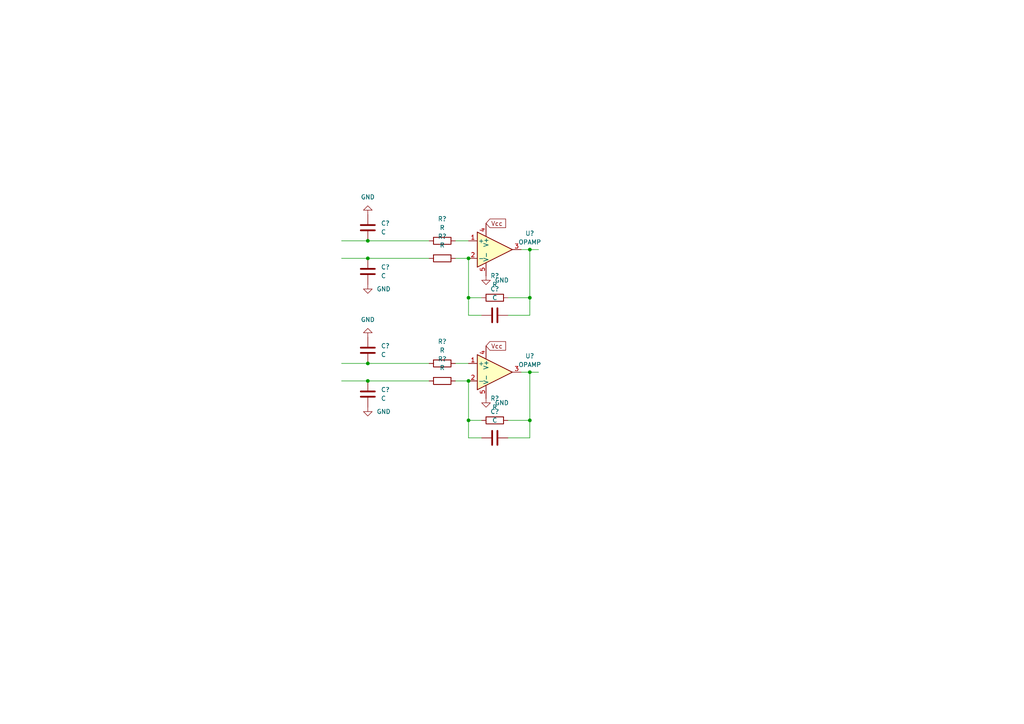
<source format=kicad_sch>
(kicad_sch (version 20211123) (generator eeschema)
  (paper "A4")
  (lib_symbols
    (symbol "Device:C" (pin_numbers hide) (pin_names (offset 0.254))
      (property "Reference" "C" (at 0.635 2.54 0))
      (property "Value" "C" (at 0.635 -2.54 0))
      (symbol "C_0_1"
        (polyline (pts (xy -2.032 -0.762) (xy 2.032 -0.762)) (stroke (width 0.508)))
        (polyline (pts (xy -2.032 0.762) (xy 2.032 0.762)) (stroke (width 0.508)))
      )
      (symbol "C_1_1"
        (pin passive line (at 0 3.81 270) (length 2.794) (name "~") (number "1"))
        (pin passive line (at 0 -3.81 90) (length 2.794) (name "~") (number "2"))
      )
    )
    (symbol "Device:R" (pin_numbers hide) (pin_names (offset 0))
      (property "Reference" "R" (at 2.032 0 90))
      (property "Value" "R" (at 0 0 90))
      (symbol "R_0_1"
        (rectangle (start -1.016 -2.54) (end 1.016 2.54) (stroke (width 0.254)))
      )
      (symbol "R_1_1"
        (pin passive line (at 0 3.81 270) (length 1.27) (name "~") (number "1"))
        (pin passive line (at 0 -3.81 90) (length 1.27) (name "~") (number "2"))
      )
    )
    (symbol "power:GND" (power) (pin_names (offset 0))
      (property "Value" "GND" (at 0 -3.81 0))
      (symbol "GND_0_1"
        (polyline (pts (xy 0 0) (xy 0 -1.27) (xy 1.27 -1.27) (xy 0 -2.54) (xy -1.27 -1.27) (xy 0 -1.27)))
      )
      (symbol "GND_1_1"
        (pin power_in line (at 0 0 270) (length 0) hide (name "GND") (number "1"))
      )
    )
    (symbol "pspice:OPAMP" (pin_names (offset 0.254))
      (property "Reference" "U" (at 3.81 3.175 0))
      (property "Value" "OPAMP" (at 3.81 -3.175 0))
      (symbol "OPAMP_0_1"
        (polyline (pts (xy 5.08 0) (xy -5.08 5.08) (xy -5.08 -5.08) (xy 5.08 0)) (stroke (width 0.254)) (fill (type background)))
      )
      (symbol "OPAMP_1_1"
        (pin input line (at -7.62 2.54 0) (length 2.54) (name "+") (number "1"))
        (pin input line (at -7.62 -2.54 0) (length 2.54) (name "-") (number "2"))
        (pin output line (at 7.62 0 180) (length 2.54) (name "~") (number "3"))
        (pin power_in line (at -2.54 7.62 270) (length 3.81) (name "V+") (number "4"))
        (pin power_in line (at -2.54 -7.62 90) (length 3.81) (name "V-") (number "5"))
      )
    )
  )
  (junction (at 153.67 121.92))
  (junction (at 106.68 69.85))
  (junction (at 106.68 110.49))
  (junction (at 135.89 121.92))
  (junction (at 106.68 105.41))
  (junction (at 135.89 110.49))
  (junction (at 153.67 72.39))
  (junction (at 135.89 86.36))
  (junction (at 106.68 74.93))
  (junction (at 153.67 107.95))
  (junction (at 153.67 86.36))
  (junction (at 135.89 74.93))
  (wire (pts (xy 153.67 72.39) (xy 153.67 86.36)))
  (wire (pts (xy 106.68 69.85) (xy 124.46 69.85)))
  (wire (pts (xy 139.7 121.92) (xy 135.89 121.92)))
  (wire (pts (xy 135.89 91.44) (xy 139.7 91.44)))
  (wire (pts (xy 153.67 86.36) (xy 153.67 91.44)))
  (wire (pts (xy 132.08 69.85) (xy 135.89 69.85)))
  (wire (pts (xy 135.89 86.36) (xy 135.89 91.44)))
  (wire (pts (xy 106.68 105.41) (xy 124.46 105.41)))
  (wire (pts (xy 99.06 69.85) (xy 106.68 69.85)))
  (wire (pts (xy 135.89 86.36) (xy 139.7 86.36)))
  (wire (pts (xy 99.06 110.49) (xy 106.68 110.49)))
  (wire (pts (xy 132.08 110.49) (xy 135.89 110.49)))
  (wire (pts (xy 153.67 72.39) (xy 156.21 72.39)))
  (wire (pts (xy 153.67 127) (xy 153.67 121.92)))
  (wire (pts (xy 147.32 127) (xy 153.67 127)))
  (wire (pts (xy 132.08 74.93) (xy 135.89 74.93)))
  (wire (pts (xy 147.32 91.44) (xy 153.67 91.44)))
  (wire (pts (xy 153.67 107.95) (xy 151.13 107.95)))
  (wire (pts (xy 99.06 105.41) (xy 106.68 105.41)))
  (wire (pts (xy 147.32 86.36) (xy 153.67 86.36)))
  (wire (pts (xy 135.89 127) (xy 135.89 121.92)))
  (wire (pts (xy 147.32 121.92) (xy 153.67 121.92)))
  (wire (pts (xy 106.68 110.49) (xy 124.46 110.49)))
  (wire (pts (xy 139.7 127) (xy 135.89 127)))
  (wire (pts (xy 153.67 107.95) (xy 156.21 107.95)))
  (wire (pts (xy 153.67 72.39) (xy 151.13 72.39)))
  (wire (pts (xy 135.89 121.92) (xy 135.89 110.49)))
  (wire (pts (xy 153.67 121.92) (xy 153.67 107.95)))
  (wire (pts (xy 132.08 105.41) (xy 135.89 105.41)))
  (wire (pts (xy 99.06 74.93) (xy 106.68 74.93)))
  (wire (pts (xy 135.89 74.93) (xy 135.89 86.36)))
  (wire (pts (xy 106.68 74.93) (xy 124.46 74.93)))
  (global_label "Vcc" (shape input) (at 140.97 64.77 0) (property "Intersheet References" "${INTERSHEET_REFS}" (effects hide)))
  (global_label "Vcc" (shape input) (at 140.97 100.33 0) (property "Intersheet References" "${INTERSHEET_REFS}" (effects hide)))
  (symbol (lib_id "power:GND") (at 106.68 82.55 0) (unit 1)
    (property "Reference" "#PWR?" (effects hide))
    (property "Value" "GND" (at 109.22 83.8199 0) (effects (justify left)))
  )
  (symbol (lib_id "Device:R") (at 128.27 74.93 90) (unit 1)
    (property "Reference" "R?" (at 128.27 68.58 90))
    (property "Value" "R" (at 128.27 71.12 90))
  )
  (symbol (lib_id "pspice:OPAMP") (at 143.51 72.39 0) (unit 1)
    (property "Reference" "U?" (at 153.67 67.691 0))
    (property "Value" "OPAMP" (at 153.67 70.231 0))
  )
  (symbol (lib_id "Device:C") (at 106.68 114.3 180) (unit 1)
    (property "Reference" "C?" (at 110.49 113.0299 0) (effects (justify right)))
    (property "Value" "C" (at 110.49 115.5699 0) (effects (justify right)))
  )
  (symbol (lib_id "Device:R") (at 128.27 110.49 90) (unit 1)
    (property "Reference" "R?" (at 128.27 104.14 90))
    (property "Value" "R" (at 128.27 106.68 90))
  )
  (symbol (lib_id "Device:C") (at 106.68 66.04 180) (unit 1)
    (property "Reference" "C?" (at 110.49 64.7699 0) (effects (justify right)))
    (property "Value" "C" (at 110.49 67.3099 0) (effects (justify right)))
  )
  (symbol (lib_id "Device:C") (at 143.51 91.44 270) (unit 1)
    (property "Reference" "C?" (at 143.51 83.82 90))
    (property "Value" "C" (at 143.51 86.36 90))
  )
  (symbol (lib_id "Device:R") (at 128.27 69.85 90) (unit 1)
    (property "Reference" "R?" (at 128.27 63.5 90))
    (property "Value" "R" (at 128.27 66.04 90))
  )
  (symbol (lib_id "Device:R") (at 143.51 86.36 90) (unit 1)
    (property "Reference" "R?" (at 143.51 80.01 90))
    (property "Value" "R" (at 143.51 82.55 90))
  )
  (symbol (lib_id "Device:R") (at 128.27 105.41 90) (unit 1)
    (property "Reference" "R?" (at 128.27 99.06 90))
    (property "Value" "R" (at 128.27 101.6 90))
  )
  (symbol (lib_id "power:GND") (at 106.68 62.23 180) (unit 1)
    (property "Reference" "#PWR?" (effects hide))
    (property "Value" "GND" (at 106.68 57.15 0))
  )
  (symbol (lib_id "power:GND") (at 140.97 80.01 0) (unit 1)
    (property "Reference" "#PWR?" (effects hide))
    (property "Value" "GND" (at 143.51 81.2799 0) (effects (justify left)))
  )
  (symbol (lib_id "power:GND") (at 106.68 97.79 180) (unit 1)
    (property "Reference" "#PWR?" (effects hide))
    (property "Value" "GND" (at 106.68 92.71 0))
  )
  (symbol (lib_id "Device:C") (at 106.68 78.74 180) (unit 1)
    (property "Reference" "C?" (at 110.49 77.4699 0) (effects (justify right)))
    (property "Value" "C" (at 110.49 80.0099 0) (effects (justify right)))
  )
  (symbol (lib_id "pspice:OPAMP") (at 143.51 107.95 0) (unit 1)
    (property "Reference" "U?" (at 153.67 103.251 0))
    (property "Value" "OPAMP" (at 153.67 105.791 0))
  )
  (symbol (lib_id "Device:R") (at 143.51 121.92 90) (unit 1)
    (property "Reference" "R?" (at 143.51 115.57 90))
    (property "Value" "R" (at 143.51 118.11 90))
  )
  (symbol (lib_id "power:GND") (at 106.68 118.11 0) (unit 1)
    (property "Reference" "#PWR?" (effects hide))
    (property "Value" "GND" (at 109.22 119.3799 0) (effects (justify left)))
  )
  (symbol (lib_id "Device:C") (at 106.68 101.6 180) (unit 1)
    (property "Reference" "C?" (at 110.49 100.3299 0) (effects (justify right)))
    (property "Value" "C" (at 110.49 102.8699 0) (effects (justify right)))
  )
  (symbol (lib_id "Device:C") (at 143.51 127 270) (unit 1)
    (property "Reference" "C?" (at 143.51 119.38 90))
    (property "Value" "C" (at 143.51 121.92 90))
  )
  (symbol (lib_id "power:GND") (at 140.97 115.57 0) (unit 1)
    (property "Reference" "#PWR?" (effects hide))
    (property "Value" "GND" (at 143.51 116.8399 0) (effects (justify left)))
  )
)
</source>
